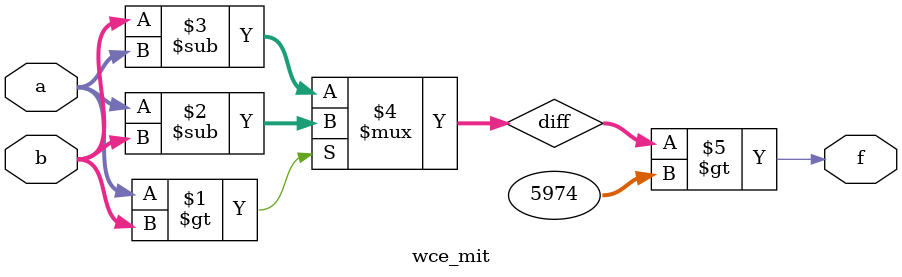
<source format=v>
module wce_mit(a, b, f);
parameter _bit = 33;
parameter wce = 5974;
input [_bit - 1: 0] a;
input [_bit - 1: 0] b;
output f;
wire [_bit - 1: 0] diff;
assign diff = (a > b)? (a - b): (b - a);
assign f = (diff > wce);
endmodule

</source>
